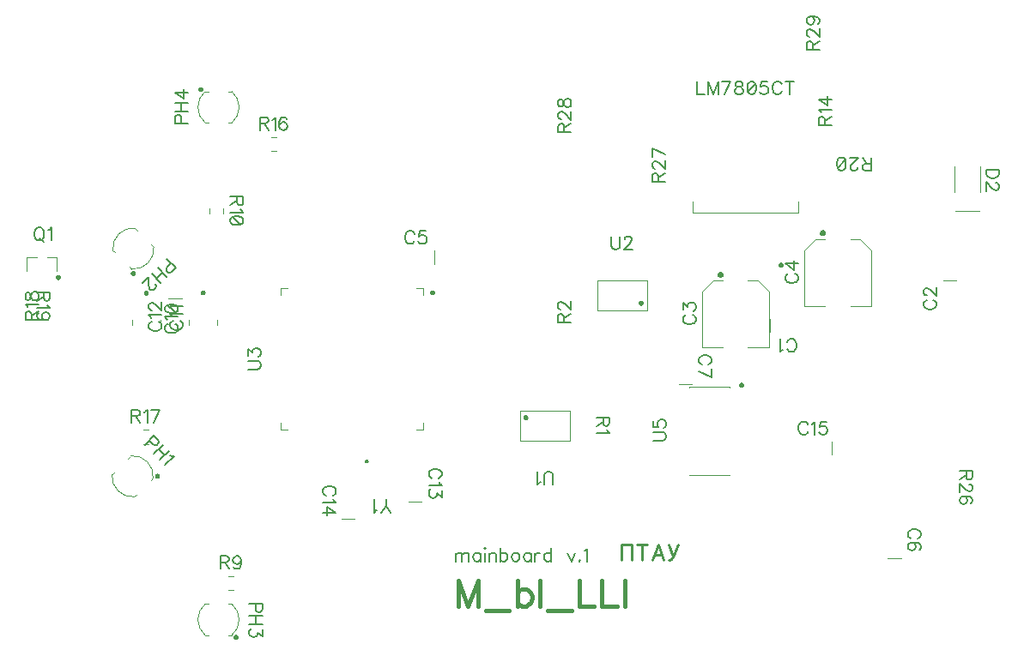
<source format=gbr>
G04 DipTrace 5.1.0.3*
G04 Íèæíÿÿìàðêèðîâêà.gbr*
%MOMM*%
G04 #@! TF.FileFunction,Legend,Bot*
G04 #@! TF.Part,Single*
%ADD10C,0.12*%
%ADD34C,0.1*%
%ADD106C,0.19608*%
%ADD107C,0.39216*%
%ADD108C,0.23529*%
%FSLAX35Y35*%
G04*
G71*
G90*
G75*
G01*
G04 BotSilk*
%LPD*%
X8689590Y4934096D2*
D10*
X8689603Y4804196D1*
X10529927Y5317656D2*
X10400027Y5317644D1*
X8016983Y4650508D2*
X8221980Y4650437D1*
X8016983Y4650508D2*
X8016957Y5200431D1*
X8126975Y5310406D2*
X8016957Y5200431D1*
X8126975Y5310406D2*
X8221948Y5310411D1*
X8471986Y4650449D2*
X8676983Y4650539D1*
X8676957Y5200462D1*
X8566928Y5310427D2*
X8676957Y5200462D1*
X8471955Y5310423D2*
X8566928Y5310427D1*
G36*
X8201963Y5340513D2*
X8198050Y5340769D1*
X8194204Y5341534D1*
X8190490Y5342795D1*
X8186973Y5344529D1*
X8183712Y5346708D1*
X8180764Y5349293D1*
X8178178Y5352241D1*
X8175999Y5355502D1*
X8174264Y5359019D1*
X8173004Y5362732D1*
X8172238Y5366579D1*
X8171982Y5370492D1*
X8172238Y5374405D1*
X8173003Y5378251D1*
X8174263Y5381965D1*
X8175998Y5385482D1*
X8178176Y5388743D1*
X8180762Y5391691D1*
X8183710Y5394277D1*
X8186971Y5396456D1*
X8190488Y5398190D1*
X8194201Y5399451D1*
X8198047Y5400216D1*
X8201960Y5400473D1*
X8201994D1*
X8205907Y5400217D1*
X8209753Y5399452D1*
X8213467Y5398192D1*
X8216984Y5396457D1*
X8220245Y5394279D1*
X8223193Y5391693D1*
X8225779Y5388745D1*
X8227958Y5385484D1*
X8229693Y5381967D1*
X8230953Y5378254D1*
X8231718Y5374408D1*
X8231975Y5370495D1*
X8231719Y5366581D1*
X8230954Y5362735D1*
X8229694Y5359022D1*
X8227959Y5355504D1*
X8225781Y5352244D1*
X8223195Y5349295D1*
X8220247Y5346709D1*
X8216986Y5344530D1*
X8213469Y5342796D1*
X8209756Y5341535D1*
X8205910Y5340770D1*
X8201997Y5340513D1*
X8201963D1*
G37*
X9025915Y5061056D2*
D10*
X9230911Y5060983D1*
X9025915Y5061056D2*
X9025896Y5610979D1*
X9135916Y5720953D2*
X9025896Y5610979D1*
X9135916Y5720953D2*
X9230889Y5720956D1*
X9480918Y5060991D2*
X9685915Y5061078D1*
X9685896Y5611001D1*
X9575869Y5720967D2*
X9685896Y5611001D1*
X9480896Y5720964D2*
X9575869Y5720967D1*
G36*
X9210905Y5751059D2*
X9206992Y5751315D1*
X9203146Y5752080D1*
X9199432Y5753340D1*
X9195915Y5755075D1*
X9192654Y5757253D1*
X9189706Y5759839D1*
X9187120Y5762787D1*
X9184941Y5766048D1*
X9183207Y5769565D1*
X9181946Y5773278D1*
X9181181Y5777124D1*
X9180924Y5781038D1*
X9181180Y5784951D1*
X9181945Y5788797D1*
X9183206Y5792511D1*
X9184940Y5796028D1*
X9187119Y5799288D1*
X9189704Y5802237D1*
X9192653Y5804823D1*
X9195913Y5807002D1*
X9199430Y5808736D1*
X9203144Y5809997D1*
X9206990Y5810762D1*
X9210903Y5811019D1*
X9210936D1*
X9214850Y5810762D1*
X9218696Y5809997D1*
X9222409Y5808737D1*
X9225927Y5807003D1*
X9229187Y5804824D1*
X9232136Y5802238D1*
X9234722Y5799290D1*
X9236900Y5796029D1*
X9238635Y5792512D1*
X9239896Y5788799D1*
X9240661Y5784953D1*
X9240917Y5781040D1*
X9240661Y5777126D1*
X9239896Y5773280D1*
X9238636Y5769567D1*
X9236901Y5766049D1*
X9234723Y5762789D1*
X9232137Y5759840D1*
X9229189Y5757254D1*
X9225928Y5755076D1*
X9222411Y5753341D1*
X9218698Y5752080D1*
X9214852Y5751315D1*
X9210938Y5751059D1*
X9210905D1*
G37*
X5378262Y5477089D2*
D10*
X5378258Y5606989D1*
X9851041Y2572331D2*
X9980941Y2572336D1*
X7787213Y4286567D2*
X7917113D1*
G36*
X2537826Y5161270D2*
X2534563Y5161484D1*
X2531356Y5162122D1*
X2528260Y5163173D1*
X2525327Y5164619D1*
X2522609Y5166435D1*
X2520150Y5168591D1*
X2517995Y5171049D1*
X2516178Y5173768D1*
X2514732Y5176700D1*
X2513681Y5179797D1*
X2513043Y5183004D1*
X2512829Y5186266D1*
X2513043Y5189529D1*
X2513680Y5192736D1*
X2514731Y5195832D1*
X2516177Y5198765D1*
X2517994Y5201483D1*
X2520150Y5203942D1*
X2522608Y5206098D1*
X2525327Y5207914D1*
X2528259Y5209360D1*
X2531355Y5210412D1*
X2534562Y5211049D1*
X2537825Y5211263D1*
X2537838D1*
X2541101Y5211050D1*
X2544308Y5210412D1*
X2547404Y5209361D1*
X2550337Y5207915D1*
X2553055Y5206098D1*
X2555514Y5203942D1*
X2557670Y5201484D1*
X2559486Y5198765D1*
X2560932Y5195833D1*
X2561984Y5192737D1*
X2562622Y5189530D1*
X2562835Y5186267D1*
X2562622Y5183004D1*
X2561984Y5179798D1*
X2560933Y5176701D1*
X2559487Y5173769D1*
X2557670Y5171050D1*
X2555514Y5168592D1*
X2553056Y5166436D1*
X2550337Y5164619D1*
X2547405Y5163173D1*
X2544309Y5162122D1*
X2541102Y5161484D1*
X2537839Y5161270D1*
X2537826D1*
G37*
X2677837Y4921249D2*
D10*
X2677838Y4871256D1*
X2397837Y4921244D2*
X2397838Y4871251D1*
G36*
X3097309Y5166370D2*
X3094047Y5166584D1*
X3090840Y5167221D1*
X3087743Y5168272D1*
X3084811Y5169718D1*
X3082092Y5171534D1*
X3079633Y5173690D1*
X3077477Y5176148D1*
X3075661Y5178867D1*
X3074214Y5181799D1*
X3073163Y5184895D1*
X3072525Y5188102D1*
X3072311Y5191365D1*
X3072524Y5194628D1*
X3073162Y5197834D1*
X3074213Y5200931D1*
X3075659Y5203863D1*
X3077475Y5206582D1*
X3079631Y5209041D1*
X3082089Y5211197D1*
X3084807Y5213013D1*
X3087740Y5214460D1*
X3090836Y5215511D1*
X3094043Y5216149D1*
X3097305Y5216363D1*
X3097319D1*
X3100582Y5216150D1*
X3103788Y5215512D1*
X3106885Y5214461D1*
X3109817Y5213015D1*
X3112536Y5211199D1*
X3114995Y5209043D1*
X3117151Y5206585D1*
X3118968Y5203867D1*
X3120414Y5200934D1*
X3121465Y5197838D1*
X3122103Y5194631D1*
X3122317Y5191369D1*
X3122104Y5188106D1*
X3121466Y5184899D1*
X3120415Y5181803D1*
X3118969Y5178870D1*
X3117153Y5176151D1*
X3114997Y5173693D1*
X3112539Y5171537D1*
X3109821Y5169720D1*
X3106888Y5168274D1*
X3103792Y5167222D1*
X3100585Y5166584D1*
X3097323Y5166370D1*
X3097309D1*
G37*
X3237335Y4926358D2*
D10*
X3237338Y4876364D1*
X2957335Y4926336D2*
X2957338Y4876343D1*
X2886473Y5137922D2*
X2756573Y5137912D1*
X5124754Y3130324D2*
X5254654Y3130329D1*
X4459587Y2957210D2*
X4589487D1*
X9294413Y3594355D2*
X9294407Y3724255D1*
X10763733Y6183627D2*
D34*
X10763719Y6437627D1*
X10509733Y6183613D2*
X10509719Y6437613D1*
X10756743Y6000627D2*
X10516743Y6000613D1*
X8970239Y6094316D2*
X8970248Y5981316D1*
X7928248Y5981237D1*
X7928239Y6094237D1*
G36*
X8773287Y5464511D2*
X8773501Y5467775D1*
X8774139Y5470982D1*
X8775190Y5474079D1*
X8776636Y5477012D1*
X8778452Y5479731D1*
X8780608Y5482190D1*
X8783067Y5484346D1*
X8785786Y5486163D1*
X8788719Y5487610D1*
X8791815Y5488661D1*
X8795022Y5489299D1*
X8798286Y5489513D1*
X8801549Y5489300D1*
X8804756Y5488662D1*
X8807853Y5487611D1*
X8810786Y5486165D1*
X8813505Y5484348D1*
X8815964Y5482192D1*
X8818120Y5479734D1*
X8819937Y5477015D1*
X8821384Y5474082D1*
X8822435Y5470986D1*
X8823073Y5467778D1*
X8823287Y5464515D1*
D1*
X8823074Y5461252D1*
X8822436Y5458045D1*
X8821385Y5454948D1*
X8819939Y5452015D1*
X8818122Y5449296D1*
X8815967Y5446837D1*
X8813508Y5444681D1*
X8810789Y5442864D1*
X8807856Y5441417D1*
X8804760Y5440366D1*
X8801553Y5439727D1*
X8798289Y5439513D1*
X8795026Y5439727D1*
X8791819Y5440365D1*
X8788722Y5441416D1*
X8785789Y5442862D1*
X8783070Y5444678D1*
X8780611Y5446834D1*
X8778455Y5449293D1*
X8776638Y5452012D1*
X8775191Y5454944D1*
X8774140Y5458041D1*
X8773502Y5461248D1*
X8773287Y5464511D1*
D1*
G37*
X2604029Y3363354D2*
D10*
X2581338Y3340663D1*
X2384828Y3582560D2*
X2359276Y3557007D1*
X2604029Y3363354D2*
G03X2384828Y3582560I-200771J18434D01*
G01*
X2418642Y3177967D2*
G02X2199439Y3397170I-17435J201768D01*
G01*
G36*
X2630055Y3397941D2*
X2632514Y3400097D1*
X2635233Y3401914D1*
X2638166Y3403360D1*
X2641262Y3404412D1*
X2644470Y3405049D1*
X2647733Y3405263D1*
X2650996Y3405049D1*
X2654203Y3404412D1*
X2657300Y3403360D1*
X2660233Y3401914D1*
X2662952Y3400097D1*
X2665411Y3397941D1*
X2667567Y3395482D1*
X2669384Y3392763D1*
X2670830Y3389830D1*
X2671881Y3386734D1*
X2672519Y3383527D1*
X2672733Y3380263D1*
X2672519Y3377000D1*
X2671881Y3373793D1*
X2670830Y3370696D1*
X2669384Y3367763D1*
X2667567Y3365044D1*
X2665411Y3362586D1*
D1*
X2662952Y3360430D1*
X2660233Y3358613D1*
X2657300Y3357166D1*
X2654203Y3356115D1*
X2650996Y3355477D1*
X2647733Y3355263D1*
X2644470Y3355477D1*
X2641262Y3356115D1*
X2638166Y3357166D1*
X2635233Y3358613D1*
X2632514Y3360430D1*
X2630055Y3362586D1*
X2627899Y3365044D1*
X2626082Y3367763D1*
X2624636Y3370696D1*
X2623585Y3373793D1*
X2622947Y3377000D1*
X2622733Y3380263D1*
X2622947Y3383527D1*
X2623585Y3386734D1*
X2624636Y3389830D1*
X2626082Y3392763D1*
X2627899Y3395482D1*
X2630055Y3397941D1*
D1*
G37*
X2441336Y3200661D2*
D10*
X2418642Y3177967D1*
X2224989Y3422720D2*
X2199439Y3397170D1*
X2392132Y5426971D2*
X2369440Y5449661D1*
X2611332Y5646177D2*
X2585779Y5671728D1*
X2392132Y5426971D2*
G03X2611332Y5646177I18429J200772D01*
G01*
X2206741Y5612353D2*
G02X2425939Y5831561I201768J17440D01*
G01*
G36*
X2426720Y5400945D2*
X2428876Y5398487D1*
X2430693Y5395768D1*
X2432139Y5392835D1*
X2433190Y5389738D1*
X2433828Y5386531D1*
X2434042Y5383268D1*
X2433829Y5380005D1*
X2433191Y5376797D1*
X2432140Y5373701D1*
X2430693Y5370768D1*
X2428877Y5368049D1*
X2426720Y5365590D1*
X2424262Y5363434D1*
X2421543Y5361617D1*
X2418610Y5360170D1*
X2415513Y5359119D1*
X2412306Y5358481D1*
X2409043Y5358267D1*
X2405780Y5358481D1*
X2402572Y5359119D1*
X2399476Y5360170D1*
X2396543Y5361616D1*
X2393824Y5363433D1*
X2391365Y5365589D1*
D1*
X2389209Y5368048D1*
X2387392Y5370767D1*
X2385946Y5373699D1*
X2384894Y5376796D1*
X2384256Y5380003D1*
X2384042Y5383266D1*
X2384256Y5386530D1*
X2384894Y5389737D1*
X2385945Y5392834D1*
X2387391Y5395767D1*
X2389208Y5398486D1*
X2391364Y5400944D1*
X2393823Y5403101D1*
X2396542Y5404917D1*
X2399475Y5406364D1*
X2402571Y5407415D1*
X2405779Y5408053D1*
X2409042Y5408267D1*
X2412305Y5408053D1*
X2415512Y5407415D1*
X2418609Y5406364D1*
X2421542Y5404918D1*
X2424261Y5403101D1*
X2426720Y5400945D1*
D1*
G37*
X2229435Y5589660D2*
D10*
X2206741Y5612353D1*
X2451489Y5806012D2*
X2425939Y5831561D1*
X3380227Y1810067D2*
X3348137Y1810066D1*
X3380223Y2120067D2*
X3344086Y2120066D1*
X3380227Y1810067D2*
G03X3380223Y2120067I-128936J154998D01*
G01*
X3118051Y1810060D2*
G02X3118043Y2120060I130339J155003D01*
G01*
G36*
X3423087Y1816121D2*
X3426350Y1815907D1*
X3429558Y1815269D1*
X3432654Y1814218D1*
X3435587Y1812772D1*
X3438306Y1810955D1*
X3440765Y1808799D1*
X3442921Y1806341D1*
X3444738Y1803622D1*
X3446184Y1800689D1*
X3447236Y1797592D1*
X3447874Y1794385D1*
X3448088Y1791122D1*
X3447874Y1787858D1*
X3447236Y1784651D1*
X3446185Y1781555D1*
X3444739Y1778622D1*
X3442922Y1775902D1*
X3440766Y1773444D1*
X3438307Y1771288D1*
X3435588Y1769471D1*
X3432655Y1768024D1*
X3429559Y1766973D1*
X3426351Y1766335D1*
X3423088Y1766121D1*
D1*
X3419825Y1766335D1*
X3416618Y1766973D1*
X3413521Y1768024D1*
X3410588Y1769470D1*
X3407869Y1771287D1*
X3405410Y1773443D1*
X3403254Y1775901D1*
X3401437Y1778620D1*
X3399991Y1781553D1*
X3398940Y1784650D1*
X3398302Y1787857D1*
X3398088Y1791120D1*
X3398301Y1794384D1*
X3398939Y1797591D1*
X3399990Y1800688D1*
X3401437Y1803620D1*
X3403253Y1806340D1*
X3405410Y1808798D1*
X3407868Y1810954D1*
X3410587Y1812771D1*
X3413520Y1814218D1*
X3416617Y1815269D1*
X3419824Y1815907D1*
X3423087Y1816121D1*
D1*
G37*
X3150144Y1810061D2*
D10*
X3118051Y1810060D1*
X3154176Y2120061D2*
X3118043Y2120060D1*
X3118047Y7179861D2*
X3150137Y7179862D1*
X3118050Y6869861D2*
X3154186Y6869862D1*
X3118047Y7179861D2*
G03X3118050Y6869861I128935J-154999D01*
G01*
X3380224Y7179866D2*
G02X3380230Y6869866I-130340J-155002D01*
G01*
G36*
X3075187Y7173807D2*
X3071924Y7174021D1*
X3068717Y7174659D1*
X3065620Y7175710D1*
X3062687Y7177156D1*
X3059968Y7178973D1*
X3057510Y7181129D1*
X3055353Y7183588D1*
X3053537Y7186307D1*
X3052090Y7189239D1*
X3051039Y7192336D1*
X3050401Y7195543D1*
X3050187Y7198807D1*
X3050401Y7202070D1*
X3051039Y7205277D1*
X3052090Y7208374D1*
X3053536Y7211307D1*
X3055353Y7214026D1*
X3057509Y7216484D1*
X3059968Y7218641D1*
X3062687Y7220457D1*
X3065619Y7221904D1*
X3068716Y7222955D1*
X3071923Y7223593D1*
X3075186Y7223807D1*
D1*
X3078450Y7223593D1*
X3081657Y7222955D1*
X3084754Y7221904D1*
X3087687Y7220458D1*
X3090406Y7218641D1*
X3092864Y7216485D1*
X3095020Y7214026D1*
X3096837Y7211307D1*
X3098284Y7208374D1*
X3099335Y7205278D1*
X3099973Y7202071D1*
X3100187Y7198807D1*
X3099973Y7195544D1*
X3099335Y7192337D1*
X3098284Y7189240D1*
X3096838Y7186307D1*
X3095021Y7183588D1*
X3092865Y7181130D1*
X3090406Y7178973D1*
X3087687Y7177157D1*
X3084754Y7175710D1*
X3081658Y7174659D1*
X3078451Y7174021D1*
X3075187Y7173807D1*
D1*
G37*
X3348131Y7179865D2*
D10*
X3380224Y7179866D1*
X3344096Y6869865D2*
X3380230Y6869866D1*
X1555637Y5544063D2*
X1656637D1*
Y5404063D1*
X1457637Y5544063D2*
X1356637D1*
Y5404063D1*
G36*
X1644637Y5343063D2*
X1644851Y5346327D1*
X1645489Y5349534D1*
X1646540Y5352630D1*
X1647986Y5355563D1*
X1649803Y5358282D1*
X1651959Y5360741D1*
X1654418Y5362897D1*
X1657137Y5364714D1*
X1660070Y5366160D1*
X1663166Y5367212D1*
X1666374Y5367849D1*
X1669637Y5368063D1*
X1672900Y5367849D1*
X1676107Y5367212D1*
X1679204Y5366160D1*
X1682137Y5364714D1*
X1684856Y5362897D1*
X1687314Y5360741D1*
X1689471Y5358282D1*
X1691287Y5355563D1*
X1692734Y5352630D1*
X1693785Y5349534D1*
X1694423Y5346327D1*
X1694637Y5343063D1*
D1*
X1694423Y5339800D1*
X1693785Y5336593D1*
X1692734Y5333496D1*
X1691287Y5330563D1*
X1689471Y5327844D1*
X1687314Y5325386D1*
X1684856Y5323230D1*
X1682137Y5321413D1*
X1679204Y5319966D1*
X1676107Y5318915D1*
X1672900Y5318277D1*
X1669637Y5318063D1*
X1666374Y5318277D1*
X1663166Y5318915D1*
X1660070Y5319966D1*
X1657137Y5321413D1*
X1654418Y5323230D1*
X1651959Y5325386D1*
X1649803Y5327844D1*
X1647986Y5330563D1*
X1646540Y5333496D1*
X1645489Y5336593D1*
X1644851Y5339800D1*
X1644637Y5343063D1*
D1*
G37*
X3395034Y2396965D2*
D34*
X3343034Y2396962D1*
X3395040Y2256965D2*
X3343040Y2256962D1*
X3297138Y5975466D2*
X3297136Y6027466D1*
X3157138Y5975461D2*
X3157136Y6027461D1*
X3818033Y6729465D2*
X3766033Y6729462D1*
X3818041Y6589465D2*
X3766041Y6589462D1*
X2557235Y3839564D2*
X2505235Y3839563D1*
X2557239Y3699564D2*
X2505239Y3699563D1*
X6716127Y3731230D2*
D10*
Y4026230D1*
X6226127D1*
Y3731230D1*
X6716127D1*
G36*
X6305627Y3958103D2*
X6305413Y3954840D1*
X6304775Y3951633D1*
X6303724Y3948536D1*
X6302277Y3945603D1*
X6300461Y3942884D1*
X6298304Y3940426D1*
X6295846Y3938270D1*
X6293127Y3936453D1*
X6290194Y3935006D1*
X6287097Y3933955D1*
X6283890Y3933317D1*
X6280627Y3933103D1*
X6277364Y3933317D1*
X6274156Y3933955D1*
X6271060Y3935006D1*
X6268127Y3936453D1*
X6265408Y3938270D1*
X6262949Y3940426D1*
X6260793Y3942884D1*
X6258976Y3945603D1*
X6257530Y3948536D1*
X6256479Y3951633D1*
X6255841Y3954840D1*
X6255627Y3958103D1*
D1*
X6255841Y3961367D1*
X6256479Y3964574D1*
X6257530Y3967670D1*
X6258976Y3970603D1*
X6260793Y3973322D1*
X6262949Y3975781D1*
X6265408Y3977937D1*
X6268127Y3979754D1*
X6271060Y3981200D1*
X6274156Y3982252D1*
X6277364Y3982889D1*
X6280627Y3983103D1*
X6283890Y3982889D1*
X6287097Y3982252D1*
X6290194Y3981200D1*
X6293127Y3979754D1*
X6295846Y3977937D1*
X6298304Y3975781D1*
X6300461Y3973322D1*
X6302277Y3970603D1*
X6303724Y3967670D1*
X6304775Y3964574D1*
X6305413Y3961367D1*
X6305627Y3958103D1*
D1*
G37*
X6983667Y5315840D2*
D10*
Y5020840D1*
X7473667D1*
Y5315840D1*
X6983667D1*
G36*
X7394167Y5088967D2*
X7394381Y5092230D1*
X7395019Y5095437D1*
X7396070Y5098534D1*
X7397516Y5101467D1*
X7399333Y5104186D1*
X7401489Y5106644D1*
X7403948Y5108801D1*
X7406667Y5110617D1*
X7409600Y5112064D1*
X7412696Y5113115D1*
X7415904Y5113753D1*
X7419167Y5113967D1*
X7422430Y5113753D1*
X7425637Y5113115D1*
X7428734Y5112064D1*
X7431667Y5110617D1*
X7434386Y5108801D1*
X7436844Y5106644D1*
X7439001Y5104186D1*
X7440817Y5101467D1*
X7442264Y5098534D1*
X7443315Y5095437D1*
X7443953Y5092230D1*
X7444167Y5088967D1*
D1*
X7443953Y5085704D1*
X7443315Y5082496D1*
X7442264Y5079400D1*
X7440817Y5076467D1*
X7439001Y5073748D1*
X7436844Y5071289D1*
X7434386Y5069133D1*
X7431667Y5067316D1*
X7428734Y5065870D1*
X7425637Y5064819D1*
X7422430Y5064181D1*
X7419167Y5063967D1*
X7415904Y5064181D1*
X7412696Y5064819D1*
X7409600Y5065870D1*
X7406667Y5067316D1*
X7403948Y5069133D1*
X7401489Y5071289D1*
X7399333Y5073748D1*
X7397516Y5076467D1*
X7396070Y5079400D1*
X7395019Y5082496D1*
X7394381Y5085704D1*
X7394167Y5088967D1*
D1*
G37*
X5198210Y5240603D2*
D10*
X5265210D1*
Y5173603D1*
X3865210D2*
Y5240603D1*
X3932210D1*
Y3840603D2*
X3865210D1*
Y3907603D1*
X5265210D2*
Y3840603D1*
X5198210D1*
G36*
X5361210Y5167603D2*
X5357947Y5167817D1*
X5354740Y5168455D1*
X5351643Y5169506D1*
X5348710Y5170953D1*
X5345991Y5172770D1*
X5343532Y5174926D1*
X5341376Y5177384D1*
X5339559Y5180103D1*
X5338113Y5183036D1*
X5337062Y5186133D1*
X5336424Y5189340D1*
X5336210Y5192603D1*
X5336424Y5195867D1*
X5337062Y5199074D1*
X5338113Y5202170D1*
X5339559Y5205103D1*
X5341376Y5207822D1*
X5343532Y5210281D1*
X5345991Y5212437D1*
X5348710Y5214254D1*
X5351643Y5215700D1*
X5354740Y5216752D1*
X5357947Y5217389D1*
X5361210Y5217603D1*
D1*
X5364473Y5217389D1*
X5367680Y5216752D1*
X5370777Y5215700D1*
X5373710Y5214254D1*
X5376429Y5212437D1*
X5378888Y5210281D1*
X5381044Y5207822D1*
X5382861Y5205103D1*
X5384307Y5202170D1*
X5385358Y5199074D1*
X5385996Y5195867D1*
X5386210Y5192603D1*
X5385996Y5189340D1*
X5385358Y5186133D1*
X5384307Y5183036D1*
X5382861Y5180103D1*
X5381044Y5177384D1*
X5378888Y5174926D1*
X5376429Y5172770D1*
X5373710Y5170953D1*
X5370777Y5169506D1*
X5367680Y5168455D1*
X5364473Y5167817D1*
X5361210Y5167603D1*
D1*
G37*
X7888793Y4260037D2*
D10*
Y4266037D1*
X8288793D1*
Y4260037D1*
X7888793Y3396037D2*
Y3390037D1*
X8288793D1*
Y3396037D1*
G36*
X8409793Y4254037D2*
X8406530Y4254251D1*
X8403323Y4254889D1*
X8400226Y4255940D1*
X8397293Y4257386D1*
X8394574Y4259203D1*
X8392116Y4261359D1*
X8389960Y4263818D1*
X8388143Y4266537D1*
X8386696Y4269470D1*
X8385645Y4272566D1*
X8385007Y4275774D1*
X8384793Y4279037D1*
X8385007Y4282300D1*
X8385645Y4285507D1*
X8386696Y4288604D1*
X8388143Y4291537D1*
X8389960Y4294256D1*
X8392116Y4296714D1*
X8394574Y4298871D1*
X8397293Y4300687D1*
X8400226Y4302134D1*
X8403323Y4303185D1*
X8406530Y4303823D1*
X8409793Y4304037D1*
D1*
X8413057Y4303823D1*
X8416264Y4303185D1*
X8419360Y4302134D1*
X8422293Y4300687D1*
X8425012Y4298871D1*
X8427471Y4296714D1*
X8429627Y4294256D1*
X8431444Y4291537D1*
X8432890Y4288604D1*
X8433941Y4285507D1*
X8434579Y4282300D1*
X8434793Y4279037D1*
X8434579Y4275774D1*
X8433941Y4272566D1*
X8432890Y4269470D1*
X8431444Y4266537D1*
X8429627Y4263818D1*
X8427471Y4261359D1*
X8425012Y4259203D1*
X8422293Y4257386D1*
X8419360Y4255940D1*
X8416264Y4254889D1*
X8413057Y4254251D1*
X8409793Y4254037D1*
D1*
G37*
G36*
X4710818Y3507487D2*
X4708273Y3507654D1*
X4705772Y3508151D1*
X4703357Y3508971D1*
X4701069Y3510099D1*
X4698949Y3511516D1*
X4697031Y3513198D1*
X4695349Y3515115D1*
X4693932Y3517236D1*
X4692804Y3519523D1*
X4691984Y3521938D1*
X4691487Y3524440D1*
X4691320Y3526985D1*
X4691487Y3529530D1*
X4691984Y3532032D1*
X4692804Y3534447D1*
X4693932Y3536734D1*
X4695349Y3538855D1*
X4697031Y3540772D1*
X4698949Y3542454D1*
X4701069Y3543871D1*
X4703357Y3544999D1*
X4705772Y3545819D1*
X4708273Y3546317D1*
X4710818Y3546483D1*
X4711095D1*
X4713640Y3546317D1*
X4716142Y3545819D1*
X4718557Y3544999D1*
X4720844Y3543871D1*
X4722965Y3542454D1*
X4724882Y3540772D1*
X4726564Y3538855D1*
X4727981Y3536734D1*
X4729109Y3534447D1*
X4729929Y3532032D1*
X4730427Y3529530D1*
X4730593Y3526985D1*
X4730427Y3524440D1*
X4729929Y3521938D1*
X4729109Y3519523D1*
X4727981Y3517236D1*
X4726564Y3515115D1*
X4724882Y3513198D1*
X4722965Y3511516D1*
X4720844Y3510099D1*
X4718557Y3508971D1*
X4716142Y3508151D1*
X4713640Y3507654D1*
X4711095Y3507487D1*
X4710818D1*
G37*
X5808037Y2098194D2*
D107*
Y2353413D1*
X5710891Y2098194D1*
X5613745Y2353413D1*
Y2098194D1*
X5886468Y2056079D2*
X6117261D1*
X6195692Y2353413D2*
Y2098194D1*
Y2231840D2*
X6220119Y2256267D1*
X6244265Y2268340D1*
X6280765D1*
X6304911Y2256267D1*
X6329338Y2231840D1*
X6341411Y2195340D1*
Y2171194D1*
X6329338Y2134694D1*
X6304911Y2110548D1*
X6280765Y2098194D1*
X6244265D1*
X6220119Y2110548D1*
X6195692Y2134694D1*
X6419842Y2353413D2*
Y2098194D1*
X6498274Y2056079D2*
X6729066D1*
X6807498Y2353413D2*
Y2098194D1*
X6953217D1*
X7031648Y2353413D2*
Y2098194D1*
X7177367D1*
X7255799Y2353413D2*
Y2098194D1*
X7227401Y2705673D2*
D108*
Y2552542D1*
X7329489Y2705673D2*
Y2552542D1*
X7227401Y2705673D2*
X7329489D1*
X7427592D2*
Y2552542D1*
X7376548Y2705673D2*
X7478636D1*
X7642438Y2552542D2*
X7583982Y2705673D1*
X7525694Y2552542D1*
X7547594Y2603586D2*
X7620538D1*
X7689497Y2706179D2*
X7731949Y2588424D1*
X7740541Y2604091D2*
X7726053Y2574947D1*
X7711397Y2560291D1*
X7696909Y2552542D1*
X7689497D1*
X7784341Y2706179D2*
X7740541Y2604091D1*
X5586141Y2625952D2*
D106*
Y2540879D1*
Y2601665D2*
X5604391Y2619915D1*
X5616604Y2625952D1*
X5634714D1*
X5646927Y2619915D1*
X5652964Y2601665D1*
Y2540879D1*
Y2601665D2*
X5671214Y2619915D1*
X5683427Y2625952D1*
X5701537D1*
X5713750Y2619915D1*
X5719927Y2601665D1*
Y2540879D1*
X5832002Y2625952D2*
Y2540879D1*
Y2607702D2*
X5819929Y2619915D1*
X5807716Y2625952D1*
X5789606D1*
X5777393Y2619915D1*
X5765320Y2607702D1*
X5759143Y2589452D1*
Y2577379D1*
X5765320Y2559129D1*
X5777393Y2547056D1*
X5789606Y2540879D1*
X5807716D1*
X5819929Y2547056D1*
X5832002Y2559129D1*
X5871218Y2668488D2*
X5877255Y2662452D1*
X5883432Y2668488D1*
X5877255Y2674665D1*
X5871218Y2668488D1*
X5877255Y2625952D2*
Y2540879D1*
X5922647Y2625952D2*
Y2540879D1*
Y2601665D2*
X5940897Y2619915D1*
X5953111Y2625952D1*
X5971220D1*
X5983434Y2619915D1*
X5989470Y2601665D1*
Y2540879D1*
X6028686Y2668488D2*
Y2540879D1*
Y2607702D2*
X6040900Y2619915D1*
X6052973Y2625952D1*
X6071223D1*
X6083296Y2619915D1*
X6095509Y2607702D1*
X6101546Y2589452D1*
Y2577379D1*
X6095509Y2559129D1*
X6083296Y2547056D1*
X6071223Y2540879D1*
X6052973D1*
X6040900Y2547056D1*
X6028686Y2559129D1*
X6171084Y2625952D2*
X6159011Y2619915D1*
X6146798Y2607702D1*
X6140761Y2589452D1*
Y2577379D1*
X6146798Y2559129D1*
X6159011Y2547056D1*
X6171084Y2540879D1*
X6189334D1*
X6201548Y2547056D1*
X6213621Y2559129D1*
X6219798Y2577379D1*
Y2589452D1*
X6213621Y2607702D1*
X6201548Y2619915D1*
X6189334Y2625952D1*
X6171084D1*
X6331873D2*
Y2540879D1*
Y2607702D2*
X6319800Y2619915D1*
X6307587Y2625952D1*
X6289477D1*
X6277264Y2619915D1*
X6265190Y2607702D1*
X6259014Y2589452D1*
Y2577379D1*
X6265190Y2559129D1*
X6277264Y2547056D1*
X6289477Y2540879D1*
X6307587D1*
X6319800Y2547056D1*
X6331873Y2559129D1*
X6371089Y2625952D2*
Y2540879D1*
Y2589452D2*
X6377266Y2607702D1*
X6389339Y2619915D1*
X6401552Y2625952D1*
X6419802D1*
X6531878Y2668488D2*
Y2540879D1*
Y2607702D2*
X6519805Y2619915D1*
X6507591Y2625952D1*
X6489341D1*
X6477268Y2619915D1*
X6465055Y2607702D1*
X6459018Y2589452D1*
Y2577379D1*
X6465055Y2559129D1*
X6477268Y2547056D1*
X6489341Y2540879D1*
X6507591D1*
X6519805Y2547056D1*
X6531878Y2559129D1*
X6694540Y2625952D2*
X6731040Y2540879D1*
X6767399Y2625952D1*
X6812652Y2553092D2*
X6806615Y2546915D1*
X6812652Y2540879D1*
X6818829Y2546915D1*
X6812652Y2553092D1*
X6858044Y2644061D2*
X6870258Y2650238D1*
X6888508Y2668348D1*
Y2540879D1*
X8858930Y4638499D2*
X8864968Y4626426D1*
X8877182Y4614214D1*
X8889256Y4608179D1*
X8913543Y4608181D1*
X8925756Y4614219D1*
X8937827Y4626433D1*
X8944003Y4638507D1*
X8950038Y4656758D1*
X8950035Y4687221D1*
X8943997Y4705330D1*
X8937819Y4717543D1*
X8925745Y4729615D1*
X8913530Y4735791D1*
X8889244Y4735788D1*
X8877171Y4729610D1*
X8864959Y4717536D1*
X8858924Y4705322D1*
X8819715Y4632599D2*
X8807502Y4626421D1*
X8789254Y4608309D1*
X8789242Y4735779D1*
X10234331Y5121013D2*
X10222259Y5114975D1*
X10210046Y5102760D1*
X10204011Y5090687D1*
X10204013Y5066400D1*
X10210051Y5054187D1*
X10222266Y5042115D1*
X10234339Y5035940D1*
X10252590Y5029905D1*
X10283053Y5029907D1*
X10301162Y5035946D1*
X10313375Y5042124D1*
X10325447Y5054198D1*
X10331623Y5066412D1*
X10331621Y5090698D1*
X10325443Y5102771D1*
X10313368Y5114983D1*
X10301154Y5121019D1*
X10234468Y5166405D2*
X10228431D1*
X10216217Y5172440D1*
X10210180Y5178476D1*
X10204142Y5190689D1*
X10204140Y5214976D1*
X10210175Y5227049D1*
X10216211Y5233086D1*
X10228424Y5239264D1*
X10240497Y5239265D1*
X10252711Y5233090D1*
X10270822Y5221018D1*
X10331614Y5160237D1*
X10331606Y5245310D1*
X7861304Y4972617D2*
X7849231Y4966580D1*
X7837018Y4954366D1*
X7830982Y4942293D1*
X7830983Y4918006D1*
X7837021Y4905793D1*
X7849235Y4893721D1*
X7861308Y4887544D1*
X7879558Y4881509D1*
X7910022Y4881510D1*
X7928131Y4887547D1*
X7940344Y4893725D1*
X7952417Y4905799D1*
X7958593Y4918012D1*
X7958592Y4942299D1*
X7952414Y4954372D1*
X7940341Y4966585D1*
X7928127Y4972620D1*
X7831119Y5024045D2*
X7831116Y5090728D1*
X7879690Y5054370D1*
Y5072620D1*
X7885726Y5084694D1*
X7891762Y5090731D1*
X7910011Y5096908D1*
X7922085Y5096909D1*
X7940335Y5090733D1*
X7952549Y5078660D1*
X7958586Y5060411D1*
X7958587Y5042161D1*
X7952551Y5024051D1*
X7946375Y5018014D1*
X7934302Y5011836D1*
X8870240Y5380149D2*
X8858168Y5374113D1*
X8845955Y5361899D1*
X8839918Y5349825D1*
X8839919Y5325539D1*
X8845956Y5313326D1*
X8858170Y5301253D1*
X8870243Y5295076D1*
X8888493Y5289040D1*
X8918957Y5289041D1*
X8937066Y5295079D1*
X8949280Y5301256D1*
X8961352Y5313329D1*
X8967529Y5325543D1*
X8967528Y5349830D1*
X8961351Y5361902D1*
X8949277Y5374116D1*
X8937064Y5380152D1*
X8967524Y5480155D2*
X8840054Y5480151D1*
X8924989Y5419367D1*
X8924986Y5510477D1*
X5181637Y5772696D2*
X5175600Y5784769D1*
X5163386Y5796982D1*
X5151313Y5803019D1*
X5127026Y5803018D1*
X5114813Y5796981D1*
X5102740Y5784767D1*
X5096564Y5772694D1*
X5090528Y5754444D1*
X5090529Y5723980D1*
X5096566Y5705871D1*
X5102743Y5693658D1*
X5114817Y5681585D1*
X5127030Y5675408D1*
X5151317Y5675409D1*
X5163390Y5681586D1*
X5175603Y5693660D1*
X5181639Y5705873D1*
X5293711Y5802882D2*
X5233065Y5802881D1*
X5227030Y5748271D1*
X5233067Y5754308D1*
X5251317Y5760485D1*
X5269426Y5760486D1*
X5287676Y5754309D1*
X5299890Y5742236D1*
X5305927Y5723987D1*
X5305928Y5711914D1*
X5299892Y5693663D1*
X5287678Y5681450D1*
X5269429Y5675412D1*
X5251319D1*
X5233069Y5681448D1*
X5227032Y5687625D1*
X5220855Y5699698D1*
X10146646Y2765870D2*
X10158719Y2771907D1*
X10170932Y2784121D1*
X10176968Y2796195D1*
X10176967Y2820481D1*
X10170930Y2832695D1*
X10158716Y2844767D1*
X10146643Y2850944D1*
X10128393Y2856979D1*
X10097929Y2856978D1*
X10079820Y2850941D1*
X10067607Y2844763D1*
X10055534Y2832690D1*
X10049358Y2820476D1*
X10049359Y2796190D1*
X10055536Y2784117D1*
X10067610Y2771904D1*
X10079823Y2765868D1*
X10158724Y2653796D2*
X10170797Y2659833D1*
X10176833Y2678083D1*
X10176832Y2690156D1*
X10170795Y2708406D1*
X10152544Y2720618D1*
X10122221Y2726654D1*
X10091898Y2726653D1*
X10067612Y2720615D1*
X10055399Y2708401D1*
X10049363Y2690151D1*
Y2684114D1*
X10055400Y2666005D1*
X10067614Y2653792D1*
X10085865Y2647756D1*
X10091901D1*
X10110151Y2653794D1*
X10122223Y2666008D1*
X10128259Y2684118D1*
Y2690154D1*
X10122222Y2708404D1*
X10110148Y2720617D1*
X10091898Y2726653D1*
X8082827Y4483183D2*
X8094900Y4489219D1*
X8107113Y4501433D1*
X8113150Y4513506D1*
Y4537793D1*
X8107113Y4550006D1*
X8094900Y4562079D1*
X8082827Y4568256D1*
X8064577Y4574293D1*
X8034113D1*
X8016004Y4568256D1*
X8003790Y4562079D1*
X7991717Y4550006D1*
X7985540Y4537793D1*
Y4513506D1*
X7991717Y4501433D1*
X8003790Y4489219D1*
X8016004Y4483183D1*
X7985540Y4419681D2*
X8113010Y4358894D1*
Y4443967D1*
X2751236Y4884838D2*
X2739163Y4878801D1*
X2726950Y4866588D1*
X2720913Y4854515D1*
X2720914Y4830228D1*
X2726950Y4818015D1*
X2739164Y4805942D1*
X2751237Y4799765D1*
X2769487Y4793729D1*
X2799951D1*
X2818060Y4799766D1*
X2830274Y4805943D1*
X2842347Y4818017D1*
X2848523Y4830230D1*
Y4854517D1*
X2842346Y4866590D1*
X2830272Y4878803D1*
X2818059Y4884839D1*
X2745339Y4924054D2*
X2739162Y4936267D1*
X2721052Y4954517D1*
X2848521Y4954519D1*
X2721050Y5030232D2*
X2727087Y5011983D1*
X2745338Y4999769D1*
X2775661Y4993733D1*
X2793911Y4993734D1*
X2824234Y4999771D1*
X2842483Y5011985D1*
X2848520Y5030235D1*
X2848519Y5042308D1*
X2842483Y5060558D1*
X2824232Y5072630D1*
X2793909Y5078807D1*
X2775659D1*
X2745336Y5072629D1*
X2727086Y5060556D1*
X2721050Y5042305D1*
Y5030232D1*
X2745336Y5072629D2*
X2824234Y4999771D1*
X2801672Y4917216D2*
X2789599Y4911179D1*
X2777387Y4898964D1*
X2771351Y4886891D1*
X2771353Y4862604D1*
X2777390Y4850391D1*
X2789605Y4838319D1*
X2801678Y4832143D1*
X2819929Y4826108D1*
X2850392Y4826110D1*
X2868501Y4832148D1*
X2880714Y4838326D1*
X2892786Y4850400D1*
X2898962Y4862614D1*
X2898961Y4886901D1*
X2892783Y4898973D1*
X2880709Y4911186D1*
X2868495Y4917221D1*
X2795772Y4956431D2*
X2789595Y4968644D1*
X2771484Y4986893D1*
X2898953Y4986903D1*
X2795767Y5026111D2*
X2789589Y5038324D1*
X2771478Y5056572D1*
X2898947Y5056582D1*
X2590877Y4906443D2*
X2578805Y4900406D1*
X2566592Y4888191D1*
X2560556Y4876118D1*
X2560558Y4851831D1*
X2566596Y4839618D1*
X2578810Y4827546D1*
X2590884Y4821370D1*
X2609134Y4815335D1*
X2639598Y4815337D1*
X2657707Y4821375D1*
X2669920Y4827553D1*
X2681992Y4839627D1*
X2688168Y4851841D1*
X2688166Y4876128D1*
X2681988Y4888200D1*
X2669914Y4900413D1*
X2657700Y4906448D1*
X2584978Y4945658D2*
X2578800Y4957871D1*
X2560689Y4976120D1*
X2688158Y4976130D1*
X2591009Y5021515D2*
X2584972Y5021514D1*
X2572758Y5027550D1*
X2566721Y5033586D1*
X2560684Y5045799D1*
X2560682Y5070086D1*
X2566717Y5082159D1*
X2572753Y5088196D1*
X2584966Y5094374D1*
X2597040Y5094375D1*
X2609253Y5088199D1*
X2627364Y5076127D1*
X2688155Y5015345D1*
X2688149Y5100419D1*
X5420358Y3361792D2*
X5432431Y3367829D1*
X5444644Y3380043D1*
X5450680Y3392116D1*
X5450679Y3416403D1*
X5444642Y3428616D1*
X5432428Y3440688D1*
X5420355Y3446865D1*
X5402104Y3452901D1*
X5371641Y3452899D1*
X5353532Y3446862D1*
X5341318Y3440685D1*
X5329246Y3428611D1*
X5323069Y3416398D1*
X5323070Y3392111D1*
X5329248Y3380038D1*
X5341321Y3367825D1*
X5353535Y3361789D1*
X5426256Y3322576D2*
X5432433Y3310363D1*
X5450544Y3292114D1*
X5323074Y3292109D1*
X5450546Y3240685D2*
X5450548Y3174002D1*
X5401974Y3210360D1*
X5401975Y3192110D1*
X5395939Y3180036D1*
X5389902Y3174000D1*
X5371653Y3167822D1*
X5359579Y3167821D1*
X5341329Y3173998D1*
X5329115Y3186070D1*
X5323078Y3204320D1*
X5323077Y3222570D1*
X5329113Y3240680D1*
X5335290Y3246717D1*
X5347363Y3252894D1*
X4376139Y3191684D2*
X4388212Y3197721D1*
X4400425Y3209934D1*
X4406462Y3222007D1*
Y3246294D1*
X4400425Y3258507D1*
X4388212Y3270580D1*
X4376139Y3276757D1*
X4357889Y3282794D1*
X4327425D1*
X4309315Y3276757D1*
X4297102Y3270580D1*
X4285029Y3258507D1*
X4278852Y3246294D1*
Y3222007D1*
X4285029Y3209934D1*
X4297102Y3197721D1*
X4309315Y3191684D1*
X4382035Y3152468D2*
X4388212Y3140255D1*
X4406321Y3122005D1*
X4278852D1*
Y3022003D2*
X4406321D1*
X4321389Y3082789D1*
Y2991680D1*
X9062944Y3889958D2*
X9056907Y3902031D1*
X9044693Y3914244D1*
X9032620Y3920280D1*
X9008333Y3920279D1*
X8996120Y3914242D1*
X8984047Y3902028D1*
X8977871Y3889954D1*
X8971835Y3871704D1*
X8971837Y3841240D1*
X8977874Y3823131D1*
X8984051Y3810918D1*
X8996125Y3798845D1*
X9008339Y3792669D1*
X9032625Y3792670D1*
X9044698Y3798848D1*
X9056911Y3810921D1*
X9062947Y3823135D1*
X9102159Y3895856D2*
X9114373Y3902033D1*
X9132622Y3920144D1*
X9132627Y3792675D1*
X9244697Y3920149D2*
X9184051Y3920146D1*
X9178017Y3865536D1*
X9184053Y3871573D1*
X9202303Y3877751D1*
X9220412D1*
X9238663Y3871575D1*
X9250877Y3859503D1*
X9256914Y3841253D1*
X9256915Y3829180D1*
X9250879Y3810930D1*
X9238666Y3798716D1*
X9220416Y3792678D1*
X9202307D1*
X9184056Y3798713D1*
X9178020Y3804890D1*
X9171842Y3816963D1*
X10949708Y6408318D2*
X10822098Y6408311D1*
X10822100Y6365775D1*
X10828278Y6347525D1*
X10840352Y6335312D1*
X10852566Y6329276D1*
X10870676Y6323241D1*
X10901139Y6323242D1*
X10919389Y6329280D1*
X10931462Y6335317D1*
X10943674Y6347531D1*
X10949710Y6365782D1*
X10949708Y6408318D1*
X10919251Y6277851D2*
X10925288D1*
X10937502Y6271815D1*
X10943538Y6265779D1*
X10949576Y6253566D1*
X10949577Y6229279D1*
X10943541Y6217206D1*
X10937505Y6211169D1*
X10925292Y6204992D1*
X10913219Y6204991D1*
X10901005Y6211167D1*
X10882895Y6223239D1*
X10822105Y6284022D1*
X10822109Y6198949D1*
X7968724Y7279227D2*
X7968734Y7151617D1*
X8041593Y7151623D1*
X8177955Y7151633D2*
X8177945Y7279243D1*
X8129382Y7151629D1*
X8080799Y7279235D1*
X8080809Y7151626D1*
X8241457Y7151638D2*
X8302234Y7279112D1*
X8217161Y7279105D1*
X8371773Y7279117D2*
X8353664Y7273079D1*
X8347488Y7261006D1*
X8347489Y7248792D1*
X8353667Y7236719D1*
X8365740Y7230543D1*
X8390027Y7224509D1*
X8408278Y7218474D1*
X8420352Y7206261D1*
X8426389Y7194189D1*
X8426390Y7175939D1*
X8420355Y7163865D1*
X8414319Y7157688D1*
X8396069Y7151650D1*
X8371783Y7151648D1*
X8353673Y7157683D1*
X8347495Y7163859D1*
X8341458Y7175932D1*
X8341456Y7194182D1*
X8347492Y7206256D1*
X8359704Y7218470D1*
X8377814Y7224508D1*
X8402100Y7230546D1*
X8414313Y7236724D1*
X8420348Y7248798D1*
X8420347Y7261011D1*
X8414310Y7273084D1*
X8396059Y7279119D1*
X8371773Y7279117D1*
X8502098Y7279127D2*
X8483849Y7273089D1*
X8471637Y7254838D1*
X8465602Y7224515D1*
X8465604Y7206265D1*
X8471643Y7175942D1*
X8483857Y7157693D1*
X8502108Y7151658D1*
X8514181Y7151659D1*
X8532431Y7157697D1*
X8544502Y7175948D1*
X8550677Y7206271D1*
X8550675Y7224521D1*
X8544496Y7254844D1*
X8532422Y7273093D1*
X8514171Y7279128D1*
X8502098Y7279127D1*
X8544496Y7254844D2*
X8471643Y7175942D1*
X8662747Y7279139D2*
X8602100Y7279135D1*
X8596068Y7224525D1*
X8602104Y7230562D1*
X8620354Y7236740D1*
X8638463Y7236741D1*
X8656714Y7230566D1*
X8668928Y7218494D1*
X8674966Y7200244D1*
X8674967Y7188171D1*
X8668932Y7169920D1*
X8656719Y7157706D1*
X8638470Y7151668D1*
X8620360Y7151667D1*
X8602110Y7157702D1*
X8596073Y7163878D1*
X8589895Y7175951D1*
X8805288Y7248967D2*
X8799250Y7261040D1*
X8787036Y7273253D1*
X8774962Y7279288D1*
X8750676Y7279286D1*
X8738463Y7273249D1*
X8726391Y7261034D1*
X8720215Y7248961D1*
X8714179Y7230710D1*
X8714182Y7200247D1*
X8720220Y7182138D1*
X8726398Y7169925D1*
X8738472Y7157853D1*
X8750685Y7151677D1*
X8774972Y7151679D1*
X8787045Y7157856D1*
X8799257Y7169930D1*
X8805293Y7182144D1*
X8887038Y7279297D2*
X8887047Y7151687D1*
X8844501Y7279293D2*
X8929574Y7279300D1*
X2565744Y3732486D2*
X2604458Y3693771D1*
X2621532Y3685234D1*
X2630267D1*
X2643073Y3689503D1*
X2655977Y3702408D1*
X2660246Y3715213D1*
Y3723949D1*
X2651709Y3741022D1*
X2612995Y3779737D1*
X2522761Y3689503D1*
X2700880Y3691851D2*
X2610647Y3601618D1*
X2761036Y3631695D2*
X2670802Y3541462D1*
X2657898Y3648869D2*
X2718053Y3588713D1*
X2771493Y3586693D2*
X2784497Y3582425D1*
X2810207Y3582326D1*
X2720073Y3492191D1*
X2780569Y5484573D2*
X2741856Y5445858D1*
X2733320Y5428783D1*
Y5420048D1*
X2737589Y5407243D1*
X2750494Y5394338D1*
X2763299Y5390070D1*
X2772035D1*
X2789109Y5398608D1*
X2827822Y5437323D1*
X2737586Y5527554D1*
X2739938Y5349435D2*
X2649703Y5439667D1*
X2679784Y5289278D2*
X2589548Y5379509D1*
X2696955Y5392417D2*
X2636800Y5332260D1*
X2626146Y5278720D2*
X2630415Y5274452D1*
X2634783Y5261547D1*
Y5253010D1*
X2630415Y5240105D1*
X2613243Y5222932D1*
X2600437Y5218663D1*
X2591900D1*
X2578896Y5222931D1*
X2570359Y5231468D1*
X2566090Y5244472D1*
X2561821Y5265814D1*
X2561819Y5351779D1*
X2501665Y5291622D1*
X3614163Y2125465D2*
X3614164Y2070715D1*
X3620201Y2052605D1*
X3626378Y2046428D1*
X3638451Y2040392D1*
X3656701Y2040393D1*
X3668774Y2046429D1*
X3674951Y2052607D1*
X3680987Y2070716D1*
X3680986Y2125466D1*
X3553376Y2125463D1*
X3680989Y2001178D2*
X3553379Y2001174D1*
X3680991Y1916104D2*
X3553381Y1916101D1*
X3620202Y2001176D2*
X3620205Y1916103D1*
X3680852Y1864675D2*
X3680854Y1797993D1*
X3632280Y1834351D1*
Y1816101D1*
X3626244Y1804028D1*
X3620208Y1797991D1*
X3601958Y1791814D1*
X3589885Y1791813D1*
X3571634Y1797990D1*
X3559421Y1810063D1*
X3553384Y1828312D1*
X3553383Y1846562D1*
X3559419Y1864672D1*
X3565596Y1870709D1*
X3577669Y1876886D1*
X2884110Y6861447D2*
X2884109Y6916197D1*
X2878072Y6934306D1*
X2871895Y6940483D1*
X2859821Y6946519D1*
X2841571D1*
X2829499Y6940482D1*
X2823322Y6934305D1*
X2817286Y6916195D1*
X2817287Y6861445D1*
X2944896Y6861448D1*
X2817284Y6985734D2*
X2944894Y6985736D1*
X2817283Y7070807D2*
X2944892Y7070810D1*
X2878071Y6985735D2*
X2878069Y7070808D1*
X2944890Y7170812D2*
X2817421Y7170809D1*
X2902355Y7110024D1*
X2902353Y7201134D1*
X1468654Y5836050D2*
X1456581Y5830154D1*
X1444367Y5817940D1*
X1438331Y5805727D1*
X1432154Y5787477D1*
Y5757154D1*
X1438331Y5738904D1*
X1444367Y5726831D1*
X1456581Y5714617D1*
X1468654Y5708581D1*
X1492940D1*
X1505154Y5714617D1*
X1517227Y5726831D1*
X1523263Y5738904D1*
X1529440Y5757154D1*
Y5787477D1*
X1523263Y5805727D1*
X1517227Y5817940D1*
X1505154Y5830154D1*
X1492940Y5836050D1*
X1468654D1*
X1486904Y5732867D2*
X1523263Y5696367D1*
X1568656Y5811623D2*
X1580870Y5817800D1*
X1599120Y5835910D1*
Y5708440D1*
X7043957Y3962743D2*
Y3908133D1*
X7050134Y3889883D1*
X7056170Y3883706D1*
X7068243Y3877670D1*
X7080457D1*
X7092530Y3883706D1*
X7098707Y3889883D1*
X7104743Y3908133D1*
Y3962743D1*
X6977134D1*
X7043957Y3920206D2*
X6977134Y3877670D1*
X7080316Y3838454D2*
X7086493Y3826241D1*
X7104603Y3807991D1*
X6977134D1*
X6654917Y4899056D2*
Y4953665D1*
X6648740Y4971915D1*
X6642703Y4978092D1*
X6630630Y4984129D1*
X6618417D1*
X6606344Y4978092D1*
X6600167Y4971915D1*
X6594130Y4953665D1*
Y4899056D1*
X6721740D1*
X6654917Y4941592D2*
X6721740Y4984129D1*
X6624594Y5029521D2*
X6618557D1*
X6606344Y5035558D1*
X6600307Y5041595D1*
X6594270Y5053808D1*
Y5078095D1*
X6600307Y5090168D1*
X6606344Y5096204D1*
X6618557Y5102381D1*
X6630630D1*
X6642844Y5096204D1*
X6660953Y5084131D1*
X6721740Y5023345D1*
Y5108418D1*
X3267365Y2532159D2*
X3321975Y2532161D1*
X3340224Y2538339D1*
X3346401Y2544376D1*
X3352437Y2556449D1*
X3352436Y2568663D1*
X3346399Y2580736D1*
X3340222Y2586912D1*
X3321972Y2592948D1*
X3267362Y2592946D1*
X3267368Y2465336D1*
X3309902Y2532161D2*
X3352441Y2465340D1*
X3470689Y2550418D2*
X3464513Y2532168D1*
X3452441Y2519954D1*
X3434191Y2513916D1*
X3428155D1*
X3409904Y2519952D1*
X3397831Y2532165D1*
X3391653Y2550414D1*
Y2556451D1*
X3397829Y2574701D1*
X3409901Y2586775D1*
X3428151Y2592812D1*
X3434188D1*
X3452438Y2586777D1*
X3464511Y2574704D1*
X3470689Y2550418D1*
X3470691Y2519954D1*
X3464515Y2489631D1*
X3452443Y2471381D1*
X3434193Y2465343D1*
X3422120D1*
X3403870Y2471378D1*
X3397833Y2483592D1*
X3432331Y6140992D2*
X3432333Y6086383D1*
X3438511Y6068133D1*
X3444548Y6061956D1*
X3456621Y6055920D1*
X3468835Y6055921D1*
X3480907Y6061958D1*
X3487084Y6068135D1*
X3493120Y6086385D1*
X3493118Y6140995D1*
X3365508Y6140989D1*
X3432333Y6098456D2*
X3365511Y6055916D1*
X3468696Y6016705D2*
X3474873Y6004492D1*
X3492984Y5986242D1*
X3365514Y5986237D1*
X3492987Y5910527D2*
X3486949Y5928776D1*
X3468699Y5940989D1*
X3438375Y5947024D1*
X3420125D1*
X3389803Y5940986D1*
X3371553Y5928772D1*
X3365517Y5910522D1*
X3365518Y5898448D1*
X3371555Y5880199D1*
X3389806Y5868126D1*
X3420129Y5861951D1*
X3438379D1*
X3468702Y5868130D1*
X3486951Y5880203D1*
X3492987Y5898454D1*
Y5910527D1*
X3468702Y5868130D2*
X3389803Y5940986D1*
X9228873Y6847805D2*
X9228871Y6902415D1*
X9222693Y6920664D1*
X9216656Y6926841D1*
X9204583Y6932877D1*
X9192369Y6932876D1*
X9180297Y6926839D1*
X9174120Y6920662D1*
X9168084Y6902412D1*
X9168087Y6847802D1*
X9295696Y6847808D1*
X9228871Y6890342D2*
X9295692Y6932881D1*
X9192508Y6972092D2*
X9186330Y6984305D1*
X9168220Y7002554D1*
X9295689Y7002560D1*
X9295684Y7102563D2*
X9168215Y7102557D1*
X9253151Y7041774D1*
X9253146Y7132884D1*
X3655593Y6864655D2*
X3710202Y6864659D1*
X3728452Y6870837D1*
X3734628Y6876874D1*
X3740664Y6888947D1*
Y6901160D1*
X3734626Y6913233D1*
X3728449Y6919410D1*
X3710199Y6925445D1*
X3655589Y6925442D1*
X3655597Y6797832D1*
X3698129Y6864658D2*
X3740670Y6797837D1*
X3779879Y6901022D2*
X3792092Y6907200D1*
X3810341Y6925311D1*
X3810349Y6797841D1*
X3922418Y6907208D2*
X3916380Y6919280D1*
X3898130Y6925316D1*
X3886057Y6925315D1*
X3867807Y6919278D1*
X3855595Y6901027D1*
X3849560Y6870703D1*
X3849562Y6840380D1*
X3855600Y6816094D1*
X3867814Y6803881D1*
X3886064Y6797846D1*
X3892101D1*
X3910210Y6803884D1*
X3922423Y6816098D1*
X3928458Y6834348D1*
Y6840385D1*
X3922420Y6858635D1*
X3910206Y6870707D1*
X3892096Y6876742D1*
X3886060D1*
X3867810Y6870704D1*
X3855597Y6858631D1*
X3849562Y6840380D1*
X2391710Y3974759D2*
X2446320Y3974761D1*
X2464570Y3980938D1*
X2470746Y3986975D1*
X2476783Y3999048D1*
X2476782Y4011262D1*
X2470745Y4023335D1*
X2464568Y4029511D1*
X2446318Y4035547D1*
X2391708Y4035546D1*
X2391712Y3907936D1*
X2434247Y3974761D2*
X2476785Y3907939D1*
X2515998Y4011123D2*
X2528211Y4017300D1*
X2546461Y4035410D1*
X2546464Y3907941D1*
X2609967Y3907943D2*
X2670749Y4035414D1*
X2585676Y4035411D1*
X1405241Y4923506D2*
X1405239Y4978116D1*
X1399062Y4996366D1*
X1393025Y5002543D1*
X1380952Y5008579D1*
X1368738Y5008578D1*
X1356666Y5002541D1*
X1350489Y4996364D1*
X1344453Y4978114D1*
X1344455Y4923504D1*
X1472064Y4923509D1*
X1405240Y4966043D2*
X1472061Y5008582D1*
X1368877Y5047794D2*
X1362700Y5060007D1*
X1344590Y5078257D1*
X1472059Y5078261D1*
X1344588Y5147795D2*
X1350625Y5129686D1*
X1362698Y5123509D1*
X1374912Y5123510D1*
X1386984Y5129687D1*
X1393161Y5141761D1*
X1399197Y5166047D1*
X1405233Y5184297D1*
X1417446Y5196371D1*
X1429519Y5202408D1*
X1447769D1*
X1459842Y5196372D1*
X1466019Y5190336D1*
X1472056Y5172086D1*
X1472057Y5147800D1*
X1466021Y5129690D1*
X1459844Y5123513D1*
X1447771Y5117476D1*
X1429521Y5117475D1*
X1417448Y5123511D1*
X1405234Y5135724D1*
X1399197Y5153834D1*
X1393160Y5178120D1*
X1386982Y5190333D1*
X1374909Y5196370D1*
X1362696Y5196369D1*
X1350623Y5190332D1*
X1344587Y5172082D1*
X1344588Y5147795D1*
X1524533Y5195271D2*
X1524535Y5140661D1*
X1530712Y5122411D1*
X1536749Y5116235D1*
X1548822Y5110198D1*
X1561035Y5110199D1*
X1573108Y5116235D1*
X1579285Y5122413D1*
X1585321Y5140663D1*
X1585320Y5195272D1*
X1457710Y5195269D1*
X1524534Y5152734D2*
X1457712Y5110196D1*
X1560896Y5070983D2*
X1567073Y5058770D1*
X1585183Y5040520D1*
X1457714Y5040517D1*
X1542790Y4922267D2*
X1524540Y4928443D1*
X1512326Y4940516D1*
X1506289Y4958766D1*
Y4964802D1*
X1512325Y4983053D1*
X1524538Y4995126D1*
X1542788Y5001303D1*
X1548825D1*
X1567075Y4995127D1*
X1579148Y4983054D1*
X1585185Y4964804D1*
Y4958768D1*
X1579149Y4940518D1*
X1567077Y4928444D1*
X1542790Y4922267D1*
X1512327Y4922266D1*
X1482004Y4928442D1*
X1463753Y4940515D1*
X1457716Y4958765D1*
Y4970838D1*
X1463752Y4989088D1*
X1475965Y4995125D1*
X9684569Y6461961D2*
X9629959Y6461957D1*
X9611709Y6455779D1*
X9605533Y6449742D1*
X9599497Y6437669D1*
X9599498Y6425455D1*
X9605535Y6413383D1*
X9611713Y6407206D1*
X9629963Y6401171D1*
X9684573Y6401174D1*
X9684564Y6528784D1*
X9642032Y6461958D2*
X9599491Y6528778D1*
X9554105Y6431629D2*
Y6425593D1*
X9548070Y6413379D1*
X9542033Y6407342D1*
X9529820Y6401305D1*
X9505534Y6401303D1*
X9493460Y6407339D1*
X9487423Y6413375D1*
X9481246Y6425588D1*
X9481245Y6437661D1*
X9487421Y6449875D1*
X9499493Y6467985D1*
X9560275Y6528776D1*
X9475202Y6528770D1*
X9399495Y6401296D2*
X9417745Y6407334D1*
X9429957Y6425585D1*
X9435991Y6455908D1*
X9435990Y6474158D1*
X9429952Y6504481D1*
X9417737Y6522730D1*
X9399487Y6528765D1*
X9387414Y6528764D1*
X9369164Y6522727D1*
X9357092Y6504476D1*
X9350917Y6474152D1*
X9350918Y6455902D1*
X9357097Y6425580D1*
X9369172Y6407331D1*
X9387422Y6401295D1*
X9399495Y6401296D1*
X9357097Y6425580D2*
X9429952Y6504481D1*
X10625140Y3433198D2*
X10625142Y3378589D1*
X10631320Y3360339D1*
X10637357Y3354162D1*
X10649430Y3348126D1*
X10661644Y3348127D1*
X10673716Y3354164D1*
X10679893Y3360341D1*
X10685929Y3378591D1*
X10685927Y3433201D1*
X10558317Y3433196D1*
X10625142Y3390662D2*
X10558321Y3348123D1*
X10655468Y3302734D2*
X10661505D1*
X10673719Y3296698D1*
X10679756Y3290662D1*
X10685793Y3278449D1*
X10685794Y3254162D1*
X10679757Y3242089D1*
X10673721Y3236052D1*
X10661508Y3229874D1*
X10649435D1*
X10637221Y3236050D1*
X10619111Y3248123D1*
X10558322Y3308907D1*
X10558326Y3223834D1*
X10667690Y3111763D2*
X10679763Y3117800D1*
X10685798Y3136050D1*
Y3148123D1*
X10679761Y3166373D1*
X10661510Y3178586D1*
X10631187Y3184621D1*
X10600864Y3184620D1*
X10576577Y3178582D1*
X10564364Y3166368D1*
X10558329Y3148118D1*
Y3142082D1*
X10564366Y3123972D1*
X10576580Y3111759D1*
X10594830Y3105723D1*
X10600867Y3105724D1*
X10619117Y3111761D1*
X10631189Y3123975D1*
X10637225Y3142085D1*
Y3148121D1*
X10631187Y3166371D1*
X10619114Y3178584D1*
X10600864Y3184620D1*
X7587562Y6288041D2*
X7587560Y6342651D1*
X7581383Y6360901D1*
X7575346Y6367078D1*
X7563273Y6373114D1*
X7551059Y6373113D1*
X7538986Y6367076D1*
X7532810Y6360899D1*
X7526774Y6342649D1*
X7526776Y6288039D1*
X7654385Y6288044D1*
X7587561Y6330578D2*
X7654382Y6373117D1*
X7557235Y6418506D2*
X7551198D1*
X7538985Y6424542D1*
X7532948Y6430578D1*
X7526911Y6442792D1*
X7526910Y6467078D1*
X7532946Y6479151D1*
X7538983Y6485188D1*
X7551196Y6491366D1*
X7563269D1*
X7575483Y6485189D1*
X7593593Y6473117D1*
X7654381Y6412332D1*
X7654378Y6497406D1*
X7654376Y6560908D2*
X7526905Y6621690D1*
X7526908Y6536617D1*
X6660355Y6776095D2*
X6660354Y6830705D1*
X6654176Y6848954D1*
X6648139Y6855131D1*
X6636066Y6861167D1*
X6623853D1*
X6611780Y6855130D1*
X6605603Y6848953D1*
X6599567Y6830703D1*
X6599569Y6776093D1*
X6727179Y6776097D1*
X6660354Y6818632D2*
X6727176Y6861170D1*
X6630028Y6906560D2*
X6623992Y6906559D1*
X6611778Y6912596D1*
X6605741Y6918632D1*
X6599704Y6930845D1*
X6599703Y6955132D1*
X6605740Y6967205D1*
X6611776Y6973242D1*
X6623989Y6979419D1*
X6636062D1*
X6648276Y6973243D1*
X6666386Y6961170D1*
X6727174Y6900386D1*
X6727172Y6985459D1*
X6599700Y7054994D2*
X6605737Y7036884D1*
X6617810Y7030708D1*
X6630024D1*
X6642097Y7036885D1*
X6648273Y7048959D1*
X6654309Y7073245D1*
X6660345Y7091496D1*
X6672558Y7103569D1*
X6684631Y7109606D1*
X6702881Y7109607D1*
X6714954Y7103570D1*
X6721131Y7097534D1*
X6727169Y7079284D1*
Y7054998D1*
X6721133Y7036888D1*
X6714957Y7030711D1*
X6702884Y7024674D1*
X6684634Y7024673D1*
X6672560Y7030709D1*
X6660347Y7042923D1*
X6654309Y7061032D1*
X6648272Y7085318D1*
X6642095Y7097532D1*
X6630022Y7103568D1*
X6617808Y7103567D1*
X6605735Y7097530D1*
X6599699Y7079280D1*
X6599700Y7054994D1*
X9110553Y7592320D2*
Y7646929D1*
X9104376Y7665179D1*
X9098340Y7671356D1*
X9086267Y7677393D1*
X9074053D1*
X9061980Y7671356D1*
X9055803Y7665179D1*
X9049767Y7646929D1*
Y7592320D1*
X9177376D1*
X9110553Y7634856D2*
X9177376Y7677393D1*
X9080230Y7722785D2*
X9074194D1*
X9061980Y7728822D1*
X9055944Y7734858D1*
X9049907Y7747072D1*
Y7771358D1*
X9055944Y7783432D1*
X9061980Y7789468D1*
X9074194Y7795645D1*
X9086267D1*
X9098480Y7789468D1*
X9116590Y7777395D1*
X9177376Y7716608D1*
Y7801682D1*
X9092303Y7919934D2*
X9110553Y7913757D1*
X9122767Y7901684D1*
X9128803Y7883434D1*
Y7877397D1*
X9122767Y7859147D1*
X9110553Y7847074D1*
X9092303Y7840897D1*
X9086267D1*
X9068017Y7847074D1*
X9055944Y7859147D1*
X9049907Y7877397D1*
Y7883434D1*
X9055944Y7901684D1*
X9068017Y7913757D1*
X9092303Y7919934D1*
X9122767D1*
X9153090Y7913757D1*
X9171340Y7901684D1*
X9177376Y7883434D1*
Y7871361D1*
X9171340Y7853111D1*
X9159126Y7847074D1*
X6548503Y3297743D2*
Y3388853D1*
X6542466Y3407103D1*
X6530253Y3419176D1*
X6512003Y3425353D1*
X6499930D1*
X6481680Y3419176D1*
X6469466Y3407103D1*
X6463430Y3388853D1*
Y3297743D1*
X6424214Y3322170D2*
X6412001Y3315993D1*
X6393751Y3297884D1*
Y3425353D1*
X7123986Y5749327D2*
Y5658217D1*
X7130022Y5639967D1*
X7142236Y5627894D1*
X7160486Y5621717D1*
X7172559D1*
X7190809Y5627894D1*
X7203022Y5639967D1*
X7209059Y5658217D1*
Y5749327D1*
X7254451Y5718863D2*
Y5724900D1*
X7260488Y5737113D1*
X7266525Y5743150D1*
X7278738Y5749186D1*
X7303025D1*
X7315098Y5743150D1*
X7321134Y5737113D1*
X7327311Y5724900D1*
Y5712827D1*
X7321134Y5700613D1*
X7309061Y5682504D1*
X7248275Y5621717D1*
X7333348D1*
X3538223Y4435922D2*
X3629333D1*
X3647583Y4441959D1*
X3659656Y4454172D1*
X3665833Y4472422D1*
Y4484496D1*
X3659656Y4502746D1*
X3647583Y4514959D1*
X3629333Y4520996D1*
X3538223D1*
X3538364Y4572425D2*
Y4639107D1*
X3586937Y4602748D1*
Y4620998D1*
X3592973Y4633071D1*
X3599010Y4639107D1*
X3617260Y4645284D1*
X3629333D1*
X3647583Y4639107D1*
X3659796Y4627034D1*
X3665833Y4608784D1*
Y4590534D1*
X3659796Y4572425D1*
X3653620Y4566388D1*
X3641546Y4560211D1*
X7536807Y3732356D2*
X7627916D1*
X7646166Y3738392D1*
X7658239Y3750606D1*
X7664416Y3768856D1*
Y3780929D1*
X7658239Y3799179D1*
X7646166Y3811392D1*
X7627916Y3817429D1*
X7536807D1*
X7536947Y3929504D2*
Y3868858D1*
X7591557Y3862821D1*
X7585520Y3868858D1*
X7579343Y3887108D1*
Y3905218D1*
X7585520Y3923468D1*
X7597593Y3935681D1*
X7615843Y3941718D1*
X7627916D1*
X7646166Y3935681D1*
X7658380Y3923468D1*
X7664416Y3905218D1*
Y3887108D1*
X7658380Y3868858D1*
X7652203Y3862821D1*
X7640130Y3856645D1*
X4948359Y3023443D2*
X4899786Y3084230D1*
Y3151053D1*
X4851213Y3023443D2*
X4899786Y3084230D1*
X4811997Y3047870D2*
X4799784Y3041693D1*
X4781534Y3023584D1*
Y3151053D1*
M02*

</source>
